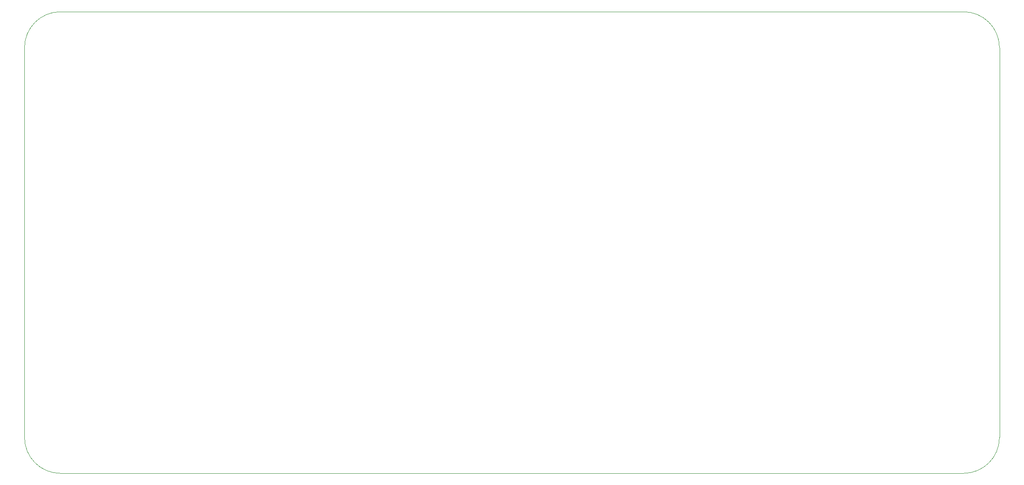
<source format=gm1>
G04 #@! TF.GenerationSoftware,KiCad,Pcbnew,(5.1.4-0-10_14)*
G04 #@! TF.CreationDate,2019-12-08T14:58:00+00:00*
G04 #@! TF.ProjectId,LED_cube_with_74HCT595,4c45445f-6375-4626-955f-776974685f37,rev?*
G04 #@! TF.SameCoordinates,Original*
G04 #@! TF.FileFunction,Profile,NP*
%FSLAX46Y46*%
G04 Gerber Fmt 4.6, Leading zero omitted, Abs format (unit mm)*
G04 Created by KiCad (PCBNEW (5.1.4-0-10_14)) date 2019-12-08 14:58:00*
%MOMM*%
%LPD*%
G04 APERTURE LIST*
%ADD10C,0.050000*%
G04 APERTURE END LIST*
D10*
X210000000Y-103000000D02*
G75*
G02X203000000Y-110000000I-7000000J0D01*
G01*
X27000000Y-110000000D02*
G75*
G02X20000000Y-103000000I0J7000000D01*
G01*
X20000000Y-27000000D02*
G75*
G02X27000000Y-20000000I7000000J0D01*
G01*
X203000000Y-20000000D02*
G75*
G02X210000000Y-27000000I0J-7000000D01*
G01*
X20000000Y-103000000D02*
X20000000Y-27000000D01*
X203000000Y-110000000D02*
X27000000Y-110000000D01*
X210000000Y-27000000D02*
X210000000Y-103000000D01*
X27000000Y-20000000D02*
X203000000Y-20000000D01*
M02*

</source>
